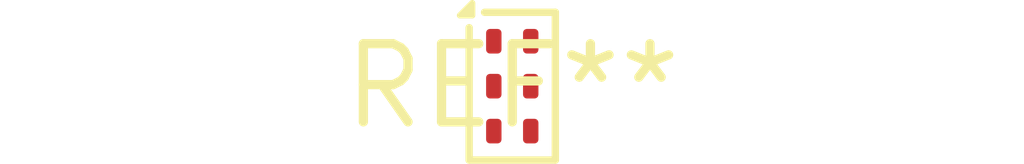
<source format=kicad_pcb>
(kicad_pcb (version 20240108) (generator pcbnew)
  (layers (0 "F.Cu" signal) (31 "B.Cu" signal) (34 "B.Paste" user) (35 "F.Paste" user) (36 "B.SilkS" user "B.Silkscreen") (37 "F.SilkS" user "F.Silkscreen") (38 "B.Mask" user) (39 "F.Mask" user) (44 "Edge.Cuts" user))
  (net 0 "")
  (footprint "Rohm_RPR-0720" (layer "F.Cu") (at 0 0)
    (property "Reference" "REF**")
    (property "Value" "Rohm_RPR-0720")
    (fp_line (start -0.7 1.2) (end -0.7 -0.95) (layer "F.SilkS") (stroke (width 0.12)))
    (fp_line (start -0.7 1.2) (end 0.7 1.2) (layer "F.SilkS") (stroke (width 0.12)))
    (fp_line (start -0.45 -1.2) (end 0.7 -1.2) (layer "F.SilkS") (stroke (width 0.12)))
    (fp_line (start 0.7 1.2) (end 0.7 -1.2) (layer "F.SilkS") (stroke (width 0.12)))
    (fp_poly (pts (xy -0.65 -1.15) (xy -0.65 -1.35) (xy -0.85 -1.15)) (layer "F.SilkS") (stroke (width 0.1)) (fill solid))
    (pad "1" smd roundrect (at -0.3 -0.73 90) (size 0.4 0.25) (layers "F.Cu" "F.Paste" "F.Mask"))
    (pad "2" smd roundrect (at -0.3 0 90) (size 0.4 0.25) (layers "F.Cu" "F.Paste" "F.Mask"))
    (pad "3" smd roundrect (at -0.3 0.73 90) (size 0.4 0.25) (layers "F.Cu" "F.Paste" "F.Mask"))
    (pad "4" smd roundrect (at 0.3 0.73 90) (size 0.4 0.25) (layers "F.Cu" "F.Paste" "F.Mask"))
    (pad "5" smd roundrect (at 0.3 0 90) (size 0.4 0.25) (layers "F.Cu" "F.Paste" "F.Mask"))
    (pad "6" smd roundrect (at 0.3 -0.73 90) (size 0.4 0.25) (layers "F.Cu" "F.Paste" "F.Mask"))
  )
)
</source>
